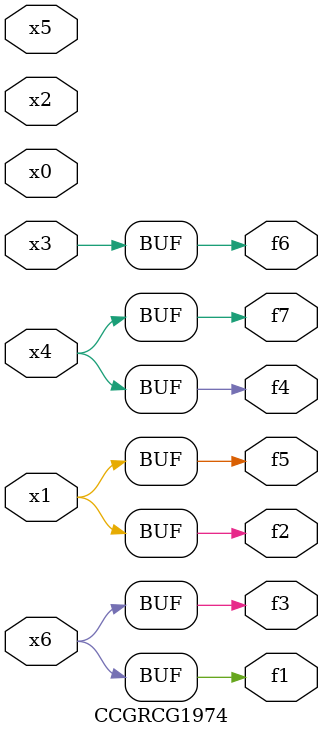
<source format=v>
module CCGRCG1974(
	input x0, x1, x2, x3, x4, x5, x6,
	output f1, f2, f3, f4, f5, f6, f7
);
	assign f1 = x6;
	assign f2 = x1;
	assign f3 = x6;
	assign f4 = x4;
	assign f5 = x1;
	assign f6 = x3;
	assign f7 = x4;
endmodule

</source>
